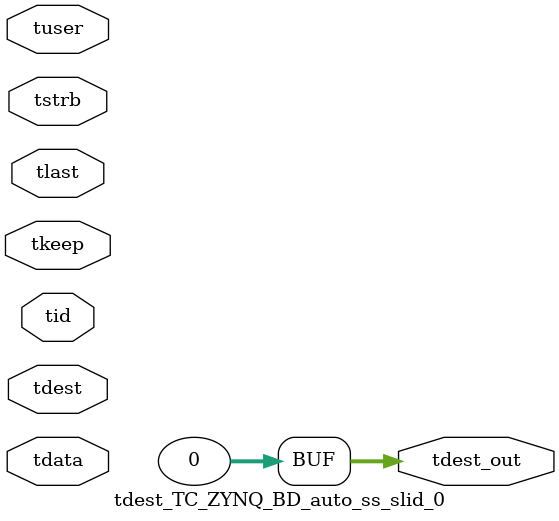
<source format=v>


`timescale 1ps/1ps

module tdest_TC_ZYNQ_BD_auto_ss_slid_0 #
(
parameter C_S_AXIS_TDATA_WIDTH = 32,
parameter C_S_AXIS_TUSER_WIDTH = 0,
parameter C_S_AXIS_TID_WIDTH   = 0,
parameter C_S_AXIS_TDEST_WIDTH = 0,
parameter C_M_AXIS_TDEST_WIDTH = 32
)
(
input  [(C_S_AXIS_TDATA_WIDTH == 0 ? 1 : C_S_AXIS_TDATA_WIDTH)-1:0     ] tdata,
input  [(C_S_AXIS_TUSER_WIDTH == 0 ? 1 : C_S_AXIS_TUSER_WIDTH)-1:0     ] tuser,
input  [(C_S_AXIS_TID_WIDTH   == 0 ? 1 : C_S_AXIS_TID_WIDTH)-1:0       ] tid,
input  [(C_S_AXIS_TDEST_WIDTH == 0 ? 1 : C_S_AXIS_TDEST_WIDTH)-1:0     ] tdest,
input  [(C_S_AXIS_TDATA_WIDTH/8)-1:0 ] tkeep,
input  [(C_S_AXIS_TDATA_WIDTH/8)-1:0 ] tstrb,
input                                                                    tlast,
output [C_M_AXIS_TDEST_WIDTH-1:0] tdest_out
);

assign tdest_out = {1'b0};

endmodule


</source>
